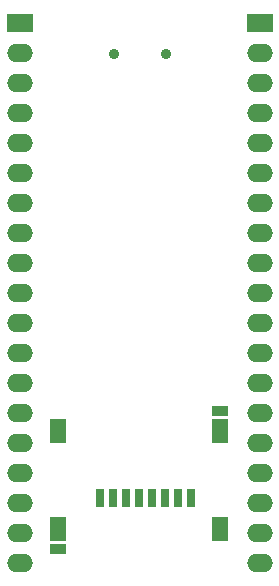
<source format=gbs>
G04 #@! TF.FileFunction,Soldermask,Bot*
%FSLAX46Y46*%
G04 Gerber Fmt 4.6, Leading zero omitted, Abs format (unit mm)*
G04 Created by KiCad (PCBNEW 0.201509300352+6225~30~ubuntu15.04.1-product) date Thu 01 Oct 2015 02:18:51 AM PDT*
%MOMM*%
G01*
G04 APERTURE LIST*
%ADD10C,0.100000*%
%ADD11R,0.797560X1.498600*%
%ADD12R,1.447800X0.899160*%
%ADD13R,1.470000X2.070000*%
%ADD14C,0.899160*%
%ADD15R,2.199640X1.524000*%
%ADD16O,2.199640X1.524000*%
G04 APERTURE END LIST*
D10*
D11*
X141424660Y-139268200D03*
X142524480Y-139268200D03*
X143624300Y-139268200D03*
X144724120Y-139268200D03*
X145823940Y-139268200D03*
X146923760Y-139268200D03*
X148023580Y-139268200D03*
X149123400Y-139268200D03*
D12*
X137850880Y-143565880D03*
X151597360Y-131866640D03*
D13*
X151599120Y-133568360D03*
X151599120Y-141868360D03*
X137849120Y-141868360D03*
X137849120Y-133568360D03*
D14*
X146977100Y-101701600D03*
X142580360Y-101701600D03*
D15*
X154940000Y-99060000D03*
D16*
X154940000Y-101600000D03*
X154940000Y-104140000D03*
X154940000Y-106680000D03*
X154940000Y-109220000D03*
X154940000Y-111760000D03*
X154940000Y-114300000D03*
X154940000Y-116840000D03*
X154940000Y-119380000D03*
X154940000Y-121920000D03*
X154940000Y-124460000D03*
X154940000Y-127000000D03*
X154940000Y-129540000D03*
X154940000Y-132080000D03*
X154940000Y-134620000D03*
X154940000Y-137160000D03*
X154940000Y-139700000D03*
X154940000Y-142240000D03*
X154940000Y-144780000D03*
D15*
X134620000Y-99060000D03*
D16*
X134620000Y-101600000D03*
X134620000Y-104140000D03*
X134620000Y-106680000D03*
X134620000Y-109220000D03*
X134620000Y-111760000D03*
X134620000Y-114300000D03*
X134620000Y-116840000D03*
X134620000Y-119380000D03*
X134620000Y-121920000D03*
X134620000Y-124460000D03*
X134620000Y-127000000D03*
X134620000Y-129540000D03*
X134620000Y-132080000D03*
X134620000Y-134620000D03*
X134620000Y-137160000D03*
X134620000Y-139700000D03*
X134620000Y-142240000D03*
X134620000Y-144780000D03*
M02*

</source>
